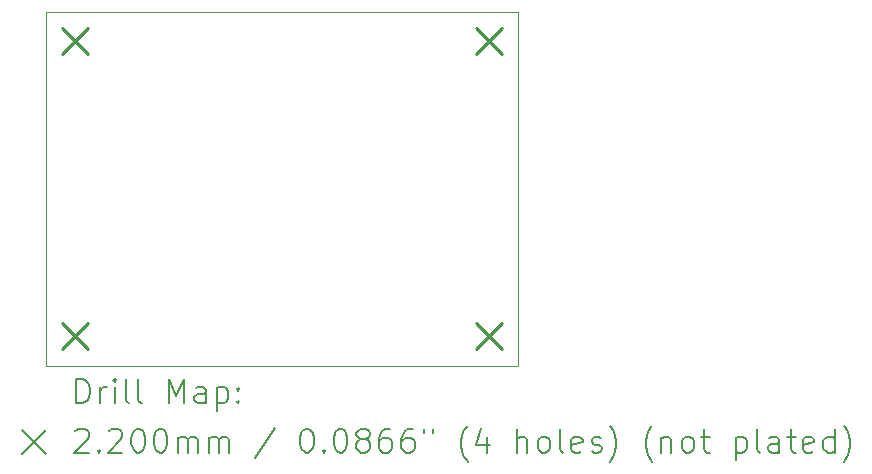
<source format=gbr>
%TF.GenerationSoftware,KiCad,Pcbnew,9.0.6*%
%TF.CreationDate,2025-11-11T11:50:56+01:00*%
%TF.ProjectId,tankuhr,74616e6b-7568-4722-9e6b-696361645f70,rev?*%
%TF.SameCoordinates,Original*%
%TF.FileFunction,Drillmap*%
%TF.FilePolarity,Positive*%
%FSLAX45Y45*%
G04 Gerber Fmt 4.5, Leading zero omitted, Abs format (unit mm)*
G04 Created by KiCad (PCBNEW 9.0.6) date 2025-11-11 11:50:56*
%MOMM*%
%LPD*%
G01*
G04 APERTURE LIST*
%ADD10C,0.050000*%
%ADD11C,0.200000*%
%ADD12C,0.220000*%
G04 APERTURE END LIST*
D10*
X3000000Y-4500000D02*
X7000000Y-4500000D01*
X7000000Y-7500000D01*
X3000000Y-7500000D01*
X3000000Y-4500000D01*
D11*
D12*
X3140000Y-4640000D02*
X3360000Y-4860000D01*
X3360000Y-4640000D02*
X3140000Y-4860000D01*
X3140000Y-7140000D02*
X3360000Y-7360000D01*
X3360000Y-7140000D02*
X3140000Y-7360000D01*
X6640000Y-4640000D02*
X6860000Y-4860000D01*
X6860000Y-4640000D02*
X6640000Y-4860000D01*
X6640000Y-7140000D02*
X6860000Y-7360000D01*
X6860000Y-7140000D02*
X6640000Y-7360000D01*
D11*
X3258277Y-7813984D02*
X3258277Y-7613984D01*
X3258277Y-7613984D02*
X3305896Y-7613984D01*
X3305896Y-7613984D02*
X3334467Y-7623508D01*
X3334467Y-7623508D02*
X3353515Y-7642555D01*
X3353515Y-7642555D02*
X3363039Y-7661603D01*
X3363039Y-7661603D02*
X3372562Y-7699698D01*
X3372562Y-7699698D02*
X3372562Y-7728269D01*
X3372562Y-7728269D02*
X3363039Y-7766365D01*
X3363039Y-7766365D02*
X3353515Y-7785412D01*
X3353515Y-7785412D02*
X3334467Y-7804460D01*
X3334467Y-7804460D02*
X3305896Y-7813984D01*
X3305896Y-7813984D02*
X3258277Y-7813984D01*
X3458277Y-7813984D02*
X3458277Y-7680650D01*
X3458277Y-7718746D02*
X3467801Y-7699698D01*
X3467801Y-7699698D02*
X3477324Y-7690174D01*
X3477324Y-7690174D02*
X3496372Y-7680650D01*
X3496372Y-7680650D02*
X3515420Y-7680650D01*
X3582086Y-7813984D02*
X3582086Y-7680650D01*
X3582086Y-7613984D02*
X3572562Y-7623508D01*
X3572562Y-7623508D02*
X3582086Y-7633031D01*
X3582086Y-7633031D02*
X3591610Y-7623508D01*
X3591610Y-7623508D02*
X3582086Y-7613984D01*
X3582086Y-7613984D02*
X3582086Y-7633031D01*
X3705896Y-7813984D02*
X3686848Y-7804460D01*
X3686848Y-7804460D02*
X3677324Y-7785412D01*
X3677324Y-7785412D02*
X3677324Y-7613984D01*
X3810658Y-7813984D02*
X3791610Y-7804460D01*
X3791610Y-7804460D02*
X3782086Y-7785412D01*
X3782086Y-7785412D02*
X3782086Y-7613984D01*
X4039229Y-7813984D02*
X4039229Y-7613984D01*
X4039229Y-7613984D02*
X4105896Y-7756841D01*
X4105896Y-7756841D02*
X4172562Y-7613984D01*
X4172562Y-7613984D02*
X4172562Y-7813984D01*
X4353515Y-7813984D02*
X4353515Y-7709222D01*
X4353515Y-7709222D02*
X4343991Y-7690174D01*
X4343991Y-7690174D02*
X4324944Y-7680650D01*
X4324944Y-7680650D02*
X4286848Y-7680650D01*
X4286848Y-7680650D02*
X4267801Y-7690174D01*
X4353515Y-7804460D02*
X4334467Y-7813984D01*
X4334467Y-7813984D02*
X4286848Y-7813984D01*
X4286848Y-7813984D02*
X4267801Y-7804460D01*
X4267801Y-7804460D02*
X4258277Y-7785412D01*
X4258277Y-7785412D02*
X4258277Y-7766365D01*
X4258277Y-7766365D02*
X4267801Y-7747317D01*
X4267801Y-7747317D02*
X4286848Y-7737793D01*
X4286848Y-7737793D02*
X4334467Y-7737793D01*
X4334467Y-7737793D02*
X4353515Y-7728269D01*
X4448753Y-7680650D02*
X4448753Y-7880650D01*
X4448753Y-7690174D02*
X4467801Y-7680650D01*
X4467801Y-7680650D02*
X4505896Y-7680650D01*
X4505896Y-7680650D02*
X4524944Y-7690174D01*
X4524944Y-7690174D02*
X4534467Y-7699698D01*
X4534467Y-7699698D02*
X4543991Y-7718746D01*
X4543991Y-7718746D02*
X4543991Y-7775888D01*
X4543991Y-7775888D02*
X4534467Y-7794936D01*
X4534467Y-7794936D02*
X4524944Y-7804460D01*
X4524944Y-7804460D02*
X4505896Y-7813984D01*
X4505896Y-7813984D02*
X4467801Y-7813984D01*
X4467801Y-7813984D02*
X4448753Y-7804460D01*
X4629705Y-7794936D02*
X4639229Y-7804460D01*
X4639229Y-7804460D02*
X4629705Y-7813984D01*
X4629705Y-7813984D02*
X4620182Y-7804460D01*
X4620182Y-7804460D02*
X4629705Y-7794936D01*
X4629705Y-7794936D02*
X4629705Y-7813984D01*
X4629705Y-7690174D02*
X4639229Y-7699698D01*
X4639229Y-7699698D02*
X4629705Y-7709222D01*
X4629705Y-7709222D02*
X4620182Y-7699698D01*
X4620182Y-7699698D02*
X4629705Y-7690174D01*
X4629705Y-7690174D02*
X4629705Y-7709222D01*
X2797500Y-8042500D02*
X2997500Y-8242500D01*
X2997500Y-8042500D02*
X2797500Y-8242500D01*
X3248753Y-8053031D02*
X3258277Y-8043508D01*
X3258277Y-8043508D02*
X3277324Y-8033984D01*
X3277324Y-8033984D02*
X3324943Y-8033984D01*
X3324943Y-8033984D02*
X3343991Y-8043508D01*
X3343991Y-8043508D02*
X3353515Y-8053031D01*
X3353515Y-8053031D02*
X3363039Y-8072079D01*
X3363039Y-8072079D02*
X3363039Y-8091127D01*
X3363039Y-8091127D02*
X3353515Y-8119698D01*
X3353515Y-8119698D02*
X3239229Y-8233984D01*
X3239229Y-8233984D02*
X3363039Y-8233984D01*
X3448753Y-8214936D02*
X3458277Y-8224460D01*
X3458277Y-8224460D02*
X3448753Y-8233984D01*
X3448753Y-8233984D02*
X3439229Y-8224460D01*
X3439229Y-8224460D02*
X3448753Y-8214936D01*
X3448753Y-8214936D02*
X3448753Y-8233984D01*
X3534467Y-8053031D02*
X3543991Y-8043508D01*
X3543991Y-8043508D02*
X3563039Y-8033984D01*
X3563039Y-8033984D02*
X3610658Y-8033984D01*
X3610658Y-8033984D02*
X3629705Y-8043508D01*
X3629705Y-8043508D02*
X3639229Y-8053031D01*
X3639229Y-8053031D02*
X3648753Y-8072079D01*
X3648753Y-8072079D02*
X3648753Y-8091127D01*
X3648753Y-8091127D02*
X3639229Y-8119698D01*
X3639229Y-8119698D02*
X3524943Y-8233984D01*
X3524943Y-8233984D02*
X3648753Y-8233984D01*
X3772562Y-8033984D02*
X3791610Y-8033984D01*
X3791610Y-8033984D02*
X3810658Y-8043508D01*
X3810658Y-8043508D02*
X3820182Y-8053031D01*
X3820182Y-8053031D02*
X3829705Y-8072079D01*
X3829705Y-8072079D02*
X3839229Y-8110174D01*
X3839229Y-8110174D02*
X3839229Y-8157793D01*
X3839229Y-8157793D02*
X3829705Y-8195888D01*
X3829705Y-8195888D02*
X3820182Y-8214936D01*
X3820182Y-8214936D02*
X3810658Y-8224460D01*
X3810658Y-8224460D02*
X3791610Y-8233984D01*
X3791610Y-8233984D02*
X3772562Y-8233984D01*
X3772562Y-8233984D02*
X3753515Y-8224460D01*
X3753515Y-8224460D02*
X3743991Y-8214936D01*
X3743991Y-8214936D02*
X3734467Y-8195888D01*
X3734467Y-8195888D02*
X3724943Y-8157793D01*
X3724943Y-8157793D02*
X3724943Y-8110174D01*
X3724943Y-8110174D02*
X3734467Y-8072079D01*
X3734467Y-8072079D02*
X3743991Y-8053031D01*
X3743991Y-8053031D02*
X3753515Y-8043508D01*
X3753515Y-8043508D02*
X3772562Y-8033984D01*
X3963039Y-8033984D02*
X3982086Y-8033984D01*
X3982086Y-8033984D02*
X4001134Y-8043508D01*
X4001134Y-8043508D02*
X4010658Y-8053031D01*
X4010658Y-8053031D02*
X4020182Y-8072079D01*
X4020182Y-8072079D02*
X4029705Y-8110174D01*
X4029705Y-8110174D02*
X4029705Y-8157793D01*
X4029705Y-8157793D02*
X4020182Y-8195888D01*
X4020182Y-8195888D02*
X4010658Y-8214936D01*
X4010658Y-8214936D02*
X4001134Y-8224460D01*
X4001134Y-8224460D02*
X3982086Y-8233984D01*
X3982086Y-8233984D02*
X3963039Y-8233984D01*
X3963039Y-8233984D02*
X3943991Y-8224460D01*
X3943991Y-8224460D02*
X3934467Y-8214936D01*
X3934467Y-8214936D02*
X3924943Y-8195888D01*
X3924943Y-8195888D02*
X3915420Y-8157793D01*
X3915420Y-8157793D02*
X3915420Y-8110174D01*
X3915420Y-8110174D02*
X3924943Y-8072079D01*
X3924943Y-8072079D02*
X3934467Y-8053031D01*
X3934467Y-8053031D02*
X3943991Y-8043508D01*
X3943991Y-8043508D02*
X3963039Y-8033984D01*
X4115420Y-8233984D02*
X4115420Y-8100650D01*
X4115420Y-8119698D02*
X4124943Y-8110174D01*
X4124943Y-8110174D02*
X4143991Y-8100650D01*
X4143991Y-8100650D02*
X4172563Y-8100650D01*
X4172563Y-8100650D02*
X4191610Y-8110174D01*
X4191610Y-8110174D02*
X4201134Y-8129222D01*
X4201134Y-8129222D02*
X4201134Y-8233984D01*
X4201134Y-8129222D02*
X4210658Y-8110174D01*
X4210658Y-8110174D02*
X4229705Y-8100650D01*
X4229705Y-8100650D02*
X4258277Y-8100650D01*
X4258277Y-8100650D02*
X4277325Y-8110174D01*
X4277325Y-8110174D02*
X4286848Y-8129222D01*
X4286848Y-8129222D02*
X4286848Y-8233984D01*
X4382086Y-8233984D02*
X4382086Y-8100650D01*
X4382086Y-8119698D02*
X4391610Y-8110174D01*
X4391610Y-8110174D02*
X4410658Y-8100650D01*
X4410658Y-8100650D02*
X4439229Y-8100650D01*
X4439229Y-8100650D02*
X4458277Y-8110174D01*
X4458277Y-8110174D02*
X4467801Y-8129222D01*
X4467801Y-8129222D02*
X4467801Y-8233984D01*
X4467801Y-8129222D02*
X4477325Y-8110174D01*
X4477325Y-8110174D02*
X4496372Y-8100650D01*
X4496372Y-8100650D02*
X4524944Y-8100650D01*
X4524944Y-8100650D02*
X4543991Y-8110174D01*
X4543991Y-8110174D02*
X4553515Y-8129222D01*
X4553515Y-8129222D02*
X4553515Y-8233984D01*
X4943991Y-8024460D02*
X4772563Y-8281603D01*
X5201134Y-8033984D02*
X5220182Y-8033984D01*
X5220182Y-8033984D02*
X5239229Y-8043508D01*
X5239229Y-8043508D02*
X5248753Y-8053031D01*
X5248753Y-8053031D02*
X5258277Y-8072079D01*
X5258277Y-8072079D02*
X5267801Y-8110174D01*
X5267801Y-8110174D02*
X5267801Y-8157793D01*
X5267801Y-8157793D02*
X5258277Y-8195888D01*
X5258277Y-8195888D02*
X5248753Y-8214936D01*
X5248753Y-8214936D02*
X5239229Y-8224460D01*
X5239229Y-8224460D02*
X5220182Y-8233984D01*
X5220182Y-8233984D02*
X5201134Y-8233984D01*
X5201134Y-8233984D02*
X5182087Y-8224460D01*
X5182087Y-8224460D02*
X5172563Y-8214936D01*
X5172563Y-8214936D02*
X5163039Y-8195888D01*
X5163039Y-8195888D02*
X5153515Y-8157793D01*
X5153515Y-8157793D02*
X5153515Y-8110174D01*
X5153515Y-8110174D02*
X5163039Y-8072079D01*
X5163039Y-8072079D02*
X5172563Y-8053031D01*
X5172563Y-8053031D02*
X5182087Y-8043508D01*
X5182087Y-8043508D02*
X5201134Y-8033984D01*
X5353515Y-8214936D02*
X5363039Y-8224460D01*
X5363039Y-8224460D02*
X5353515Y-8233984D01*
X5353515Y-8233984D02*
X5343991Y-8224460D01*
X5343991Y-8224460D02*
X5353515Y-8214936D01*
X5353515Y-8214936D02*
X5353515Y-8233984D01*
X5486848Y-8033984D02*
X5505896Y-8033984D01*
X5505896Y-8033984D02*
X5524944Y-8043508D01*
X5524944Y-8043508D02*
X5534468Y-8053031D01*
X5534468Y-8053031D02*
X5543991Y-8072079D01*
X5543991Y-8072079D02*
X5553515Y-8110174D01*
X5553515Y-8110174D02*
X5553515Y-8157793D01*
X5553515Y-8157793D02*
X5543991Y-8195888D01*
X5543991Y-8195888D02*
X5534468Y-8214936D01*
X5534468Y-8214936D02*
X5524944Y-8224460D01*
X5524944Y-8224460D02*
X5505896Y-8233984D01*
X5505896Y-8233984D02*
X5486848Y-8233984D01*
X5486848Y-8233984D02*
X5467801Y-8224460D01*
X5467801Y-8224460D02*
X5458277Y-8214936D01*
X5458277Y-8214936D02*
X5448753Y-8195888D01*
X5448753Y-8195888D02*
X5439229Y-8157793D01*
X5439229Y-8157793D02*
X5439229Y-8110174D01*
X5439229Y-8110174D02*
X5448753Y-8072079D01*
X5448753Y-8072079D02*
X5458277Y-8053031D01*
X5458277Y-8053031D02*
X5467801Y-8043508D01*
X5467801Y-8043508D02*
X5486848Y-8033984D01*
X5667801Y-8119698D02*
X5648753Y-8110174D01*
X5648753Y-8110174D02*
X5639229Y-8100650D01*
X5639229Y-8100650D02*
X5629706Y-8081603D01*
X5629706Y-8081603D02*
X5629706Y-8072079D01*
X5629706Y-8072079D02*
X5639229Y-8053031D01*
X5639229Y-8053031D02*
X5648753Y-8043508D01*
X5648753Y-8043508D02*
X5667801Y-8033984D01*
X5667801Y-8033984D02*
X5705896Y-8033984D01*
X5705896Y-8033984D02*
X5724944Y-8043508D01*
X5724944Y-8043508D02*
X5734467Y-8053031D01*
X5734467Y-8053031D02*
X5743991Y-8072079D01*
X5743991Y-8072079D02*
X5743991Y-8081603D01*
X5743991Y-8081603D02*
X5734467Y-8100650D01*
X5734467Y-8100650D02*
X5724944Y-8110174D01*
X5724944Y-8110174D02*
X5705896Y-8119698D01*
X5705896Y-8119698D02*
X5667801Y-8119698D01*
X5667801Y-8119698D02*
X5648753Y-8129222D01*
X5648753Y-8129222D02*
X5639229Y-8138746D01*
X5639229Y-8138746D02*
X5629706Y-8157793D01*
X5629706Y-8157793D02*
X5629706Y-8195888D01*
X5629706Y-8195888D02*
X5639229Y-8214936D01*
X5639229Y-8214936D02*
X5648753Y-8224460D01*
X5648753Y-8224460D02*
X5667801Y-8233984D01*
X5667801Y-8233984D02*
X5705896Y-8233984D01*
X5705896Y-8233984D02*
X5724944Y-8224460D01*
X5724944Y-8224460D02*
X5734467Y-8214936D01*
X5734467Y-8214936D02*
X5743991Y-8195888D01*
X5743991Y-8195888D02*
X5743991Y-8157793D01*
X5743991Y-8157793D02*
X5734467Y-8138746D01*
X5734467Y-8138746D02*
X5724944Y-8129222D01*
X5724944Y-8129222D02*
X5705896Y-8119698D01*
X5915420Y-8033984D02*
X5877325Y-8033984D01*
X5877325Y-8033984D02*
X5858277Y-8043508D01*
X5858277Y-8043508D02*
X5848753Y-8053031D01*
X5848753Y-8053031D02*
X5829706Y-8081603D01*
X5829706Y-8081603D02*
X5820182Y-8119698D01*
X5820182Y-8119698D02*
X5820182Y-8195888D01*
X5820182Y-8195888D02*
X5829706Y-8214936D01*
X5829706Y-8214936D02*
X5839229Y-8224460D01*
X5839229Y-8224460D02*
X5858277Y-8233984D01*
X5858277Y-8233984D02*
X5896372Y-8233984D01*
X5896372Y-8233984D02*
X5915420Y-8224460D01*
X5915420Y-8224460D02*
X5924944Y-8214936D01*
X5924944Y-8214936D02*
X5934467Y-8195888D01*
X5934467Y-8195888D02*
X5934467Y-8148269D01*
X5934467Y-8148269D02*
X5924944Y-8129222D01*
X5924944Y-8129222D02*
X5915420Y-8119698D01*
X5915420Y-8119698D02*
X5896372Y-8110174D01*
X5896372Y-8110174D02*
X5858277Y-8110174D01*
X5858277Y-8110174D02*
X5839229Y-8119698D01*
X5839229Y-8119698D02*
X5829706Y-8129222D01*
X5829706Y-8129222D02*
X5820182Y-8148269D01*
X6105896Y-8033984D02*
X6067801Y-8033984D01*
X6067801Y-8033984D02*
X6048753Y-8043508D01*
X6048753Y-8043508D02*
X6039229Y-8053031D01*
X6039229Y-8053031D02*
X6020182Y-8081603D01*
X6020182Y-8081603D02*
X6010658Y-8119698D01*
X6010658Y-8119698D02*
X6010658Y-8195888D01*
X6010658Y-8195888D02*
X6020182Y-8214936D01*
X6020182Y-8214936D02*
X6029706Y-8224460D01*
X6029706Y-8224460D02*
X6048753Y-8233984D01*
X6048753Y-8233984D02*
X6086848Y-8233984D01*
X6086848Y-8233984D02*
X6105896Y-8224460D01*
X6105896Y-8224460D02*
X6115420Y-8214936D01*
X6115420Y-8214936D02*
X6124944Y-8195888D01*
X6124944Y-8195888D02*
X6124944Y-8148269D01*
X6124944Y-8148269D02*
X6115420Y-8129222D01*
X6115420Y-8129222D02*
X6105896Y-8119698D01*
X6105896Y-8119698D02*
X6086848Y-8110174D01*
X6086848Y-8110174D02*
X6048753Y-8110174D01*
X6048753Y-8110174D02*
X6029706Y-8119698D01*
X6029706Y-8119698D02*
X6020182Y-8129222D01*
X6020182Y-8129222D02*
X6010658Y-8148269D01*
X6201134Y-8033984D02*
X6201134Y-8072079D01*
X6277325Y-8033984D02*
X6277325Y-8072079D01*
X6572563Y-8310174D02*
X6563039Y-8300650D01*
X6563039Y-8300650D02*
X6543991Y-8272079D01*
X6543991Y-8272079D02*
X6534468Y-8253031D01*
X6534468Y-8253031D02*
X6524944Y-8224460D01*
X6524944Y-8224460D02*
X6515420Y-8176841D01*
X6515420Y-8176841D02*
X6515420Y-8138746D01*
X6515420Y-8138746D02*
X6524944Y-8091127D01*
X6524944Y-8091127D02*
X6534468Y-8062555D01*
X6534468Y-8062555D02*
X6543991Y-8043508D01*
X6543991Y-8043508D02*
X6563039Y-8014936D01*
X6563039Y-8014936D02*
X6572563Y-8005412D01*
X6734468Y-8100650D02*
X6734468Y-8233984D01*
X6686848Y-8024460D02*
X6639229Y-8167317D01*
X6639229Y-8167317D02*
X6763039Y-8167317D01*
X6991610Y-8233984D02*
X6991610Y-8033984D01*
X7077325Y-8233984D02*
X7077325Y-8129222D01*
X7077325Y-8129222D02*
X7067801Y-8110174D01*
X7067801Y-8110174D02*
X7048753Y-8100650D01*
X7048753Y-8100650D02*
X7020182Y-8100650D01*
X7020182Y-8100650D02*
X7001134Y-8110174D01*
X7001134Y-8110174D02*
X6991610Y-8119698D01*
X7201134Y-8233984D02*
X7182087Y-8224460D01*
X7182087Y-8224460D02*
X7172563Y-8214936D01*
X7172563Y-8214936D02*
X7163039Y-8195888D01*
X7163039Y-8195888D02*
X7163039Y-8138746D01*
X7163039Y-8138746D02*
X7172563Y-8119698D01*
X7172563Y-8119698D02*
X7182087Y-8110174D01*
X7182087Y-8110174D02*
X7201134Y-8100650D01*
X7201134Y-8100650D02*
X7229706Y-8100650D01*
X7229706Y-8100650D02*
X7248753Y-8110174D01*
X7248753Y-8110174D02*
X7258277Y-8119698D01*
X7258277Y-8119698D02*
X7267801Y-8138746D01*
X7267801Y-8138746D02*
X7267801Y-8195888D01*
X7267801Y-8195888D02*
X7258277Y-8214936D01*
X7258277Y-8214936D02*
X7248753Y-8224460D01*
X7248753Y-8224460D02*
X7229706Y-8233984D01*
X7229706Y-8233984D02*
X7201134Y-8233984D01*
X7382087Y-8233984D02*
X7363039Y-8224460D01*
X7363039Y-8224460D02*
X7353515Y-8205412D01*
X7353515Y-8205412D02*
X7353515Y-8033984D01*
X7534468Y-8224460D02*
X7515420Y-8233984D01*
X7515420Y-8233984D02*
X7477325Y-8233984D01*
X7477325Y-8233984D02*
X7458277Y-8224460D01*
X7458277Y-8224460D02*
X7448753Y-8205412D01*
X7448753Y-8205412D02*
X7448753Y-8129222D01*
X7448753Y-8129222D02*
X7458277Y-8110174D01*
X7458277Y-8110174D02*
X7477325Y-8100650D01*
X7477325Y-8100650D02*
X7515420Y-8100650D01*
X7515420Y-8100650D02*
X7534468Y-8110174D01*
X7534468Y-8110174D02*
X7543991Y-8129222D01*
X7543991Y-8129222D02*
X7543991Y-8148269D01*
X7543991Y-8148269D02*
X7448753Y-8167317D01*
X7620182Y-8224460D02*
X7639230Y-8233984D01*
X7639230Y-8233984D02*
X7677325Y-8233984D01*
X7677325Y-8233984D02*
X7696372Y-8224460D01*
X7696372Y-8224460D02*
X7705896Y-8205412D01*
X7705896Y-8205412D02*
X7705896Y-8195888D01*
X7705896Y-8195888D02*
X7696372Y-8176841D01*
X7696372Y-8176841D02*
X7677325Y-8167317D01*
X7677325Y-8167317D02*
X7648753Y-8167317D01*
X7648753Y-8167317D02*
X7629706Y-8157793D01*
X7629706Y-8157793D02*
X7620182Y-8138746D01*
X7620182Y-8138746D02*
X7620182Y-8129222D01*
X7620182Y-8129222D02*
X7629706Y-8110174D01*
X7629706Y-8110174D02*
X7648753Y-8100650D01*
X7648753Y-8100650D02*
X7677325Y-8100650D01*
X7677325Y-8100650D02*
X7696372Y-8110174D01*
X7772563Y-8310174D02*
X7782087Y-8300650D01*
X7782087Y-8300650D02*
X7801134Y-8272079D01*
X7801134Y-8272079D02*
X7810658Y-8253031D01*
X7810658Y-8253031D02*
X7820182Y-8224460D01*
X7820182Y-8224460D02*
X7829706Y-8176841D01*
X7829706Y-8176841D02*
X7829706Y-8138746D01*
X7829706Y-8138746D02*
X7820182Y-8091127D01*
X7820182Y-8091127D02*
X7810658Y-8062555D01*
X7810658Y-8062555D02*
X7801134Y-8043508D01*
X7801134Y-8043508D02*
X7782087Y-8014936D01*
X7782087Y-8014936D02*
X7772563Y-8005412D01*
X8134468Y-8310174D02*
X8124944Y-8300650D01*
X8124944Y-8300650D02*
X8105896Y-8272079D01*
X8105896Y-8272079D02*
X8096372Y-8253031D01*
X8096372Y-8253031D02*
X8086849Y-8224460D01*
X8086849Y-8224460D02*
X8077325Y-8176841D01*
X8077325Y-8176841D02*
X8077325Y-8138746D01*
X8077325Y-8138746D02*
X8086849Y-8091127D01*
X8086849Y-8091127D02*
X8096372Y-8062555D01*
X8096372Y-8062555D02*
X8105896Y-8043508D01*
X8105896Y-8043508D02*
X8124944Y-8014936D01*
X8124944Y-8014936D02*
X8134468Y-8005412D01*
X8210658Y-8100650D02*
X8210658Y-8233984D01*
X8210658Y-8119698D02*
X8220182Y-8110174D01*
X8220182Y-8110174D02*
X8239230Y-8100650D01*
X8239230Y-8100650D02*
X8267801Y-8100650D01*
X8267801Y-8100650D02*
X8286849Y-8110174D01*
X8286849Y-8110174D02*
X8296372Y-8129222D01*
X8296372Y-8129222D02*
X8296372Y-8233984D01*
X8420182Y-8233984D02*
X8401134Y-8224460D01*
X8401134Y-8224460D02*
X8391611Y-8214936D01*
X8391611Y-8214936D02*
X8382087Y-8195888D01*
X8382087Y-8195888D02*
X8382087Y-8138746D01*
X8382087Y-8138746D02*
X8391611Y-8119698D01*
X8391611Y-8119698D02*
X8401134Y-8110174D01*
X8401134Y-8110174D02*
X8420182Y-8100650D01*
X8420182Y-8100650D02*
X8448754Y-8100650D01*
X8448754Y-8100650D02*
X8467801Y-8110174D01*
X8467801Y-8110174D02*
X8477325Y-8119698D01*
X8477325Y-8119698D02*
X8486849Y-8138746D01*
X8486849Y-8138746D02*
X8486849Y-8195888D01*
X8486849Y-8195888D02*
X8477325Y-8214936D01*
X8477325Y-8214936D02*
X8467801Y-8224460D01*
X8467801Y-8224460D02*
X8448754Y-8233984D01*
X8448754Y-8233984D02*
X8420182Y-8233984D01*
X8543992Y-8100650D02*
X8620182Y-8100650D01*
X8572563Y-8033984D02*
X8572563Y-8205412D01*
X8572563Y-8205412D02*
X8582087Y-8224460D01*
X8582087Y-8224460D02*
X8601134Y-8233984D01*
X8601134Y-8233984D02*
X8620182Y-8233984D01*
X8839230Y-8100650D02*
X8839230Y-8300650D01*
X8839230Y-8110174D02*
X8858277Y-8100650D01*
X8858277Y-8100650D02*
X8896373Y-8100650D01*
X8896373Y-8100650D02*
X8915420Y-8110174D01*
X8915420Y-8110174D02*
X8924944Y-8119698D01*
X8924944Y-8119698D02*
X8934468Y-8138746D01*
X8934468Y-8138746D02*
X8934468Y-8195888D01*
X8934468Y-8195888D02*
X8924944Y-8214936D01*
X8924944Y-8214936D02*
X8915420Y-8224460D01*
X8915420Y-8224460D02*
X8896373Y-8233984D01*
X8896373Y-8233984D02*
X8858277Y-8233984D01*
X8858277Y-8233984D02*
X8839230Y-8224460D01*
X9048754Y-8233984D02*
X9029706Y-8224460D01*
X9029706Y-8224460D02*
X9020182Y-8205412D01*
X9020182Y-8205412D02*
X9020182Y-8033984D01*
X9210658Y-8233984D02*
X9210658Y-8129222D01*
X9210658Y-8129222D02*
X9201135Y-8110174D01*
X9201135Y-8110174D02*
X9182087Y-8100650D01*
X9182087Y-8100650D02*
X9143992Y-8100650D01*
X9143992Y-8100650D02*
X9124944Y-8110174D01*
X9210658Y-8224460D02*
X9191611Y-8233984D01*
X9191611Y-8233984D02*
X9143992Y-8233984D01*
X9143992Y-8233984D02*
X9124944Y-8224460D01*
X9124944Y-8224460D02*
X9115420Y-8205412D01*
X9115420Y-8205412D02*
X9115420Y-8186365D01*
X9115420Y-8186365D02*
X9124944Y-8167317D01*
X9124944Y-8167317D02*
X9143992Y-8157793D01*
X9143992Y-8157793D02*
X9191611Y-8157793D01*
X9191611Y-8157793D02*
X9210658Y-8148269D01*
X9277325Y-8100650D02*
X9353515Y-8100650D01*
X9305896Y-8033984D02*
X9305896Y-8205412D01*
X9305896Y-8205412D02*
X9315420Y-8224460D01*
X9315420Y-8224460D02*
X9334468Y-8233984D01*
X9334468Y-8233984D02*
X9353515Y-8233984D01*
X9496373Y-8224460D02*
X9477325Y-8233984D01*
X9477325Y-8233984D02*
X9439230Y-8233984D01*
X9439230Y-8233984D02*
X9420182Y-8224460D01*
X9420182Y-8224460D02*
X9410658Y-8205412D01*
X9410658Y-8205412D02*
X9410658Y-8129222D01*
X9410658Y-8129222D02*
X9420182Y-8110174D01*
X9420182Y-8110174D02*
X9439230Y-8100650D01*
X9439230Y-8100650D02*
X9477325Y-8100650D01*
X9477325Y-8100650D02*
X9496373Y-8110174D01*
X9496373Y-8110174D02*
X9505896Y-8129222D01*
X9505896Y-8129222D02*
X9505896Y-8148269D01*
X9505896Y-8148269D02*
X9410658Y-8167317D01*
X9677325Y-8233984D02*
X9677325Y-8033984D01*
X9677325Y-8224460D02*
X9658277Y-8233984D01*
X9658277Y-8233984D02*
X9620182Y-8233984D01*
X9620182Y-8233984D02*
X9601135Y-8224460D01*
X9601135Y-8224460D02*
X9591611Y-8214936D01*
X9591611Y-8214936D02*
X9582087Y-8195888D01*
X9582087Y-8195888D02*
X9582087Y-8138746D01*
X9582087Y-8138746D02*
X9591611Y-8119698D01*
X9591611Y-8119698D02*
X9601135Y-8110174D01*
X9601135Y-8110174D02*
X9620182Y-8100650D01*
X9620182Y-8100650D02*
X9658277Y-8100650D01*
X9658277Y-8100650D02*
X9677325Y-8110174D01*
X9753516Y-8310174D02*
X9763039Y-8300650D01*
X9763039Y-8300650D02*
X9782087Y-8272079D01*
X9782087Y-8272079D02*
X9791611Y-8253031D01*
X9791611Y-8253031D02*
X9801135Y-8224460D01*
X9801135Y-8224460D02*
X9810658Y-8176841D01*
X9810658Y-8176841D02*
X9810658Y-8138746D01*
X9810658Y-8138746D02*
X9801135Y-8091127D01*
X9801135Y-8091127D02*
X9791611Y-8062555D01*
X9791611Y-8062555D02*
X9782087Y-8043508D01*
X9782087Y-8043508D02*
X9763039Y-8014936D01*
X9763039Y-8014936D02*
X9753516Y-8005412D01*
M02*

</source>
